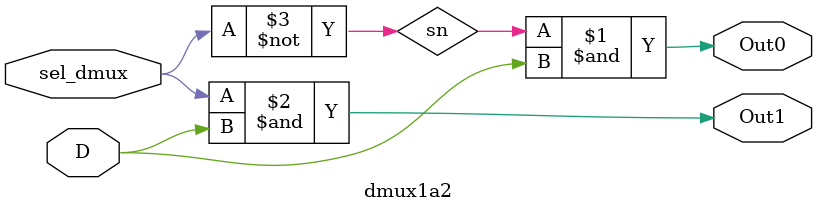
<source format=v>
`timescale 1ns / 1ps

module dmux1a2(

    input sel_dmux,

    input D,

    output Out0,

    output Out1

    );

not(sn,sel_dmux);

and(Out0,sn,D);

and(Out1,sel_dmux,D);

endmodule
</source>
